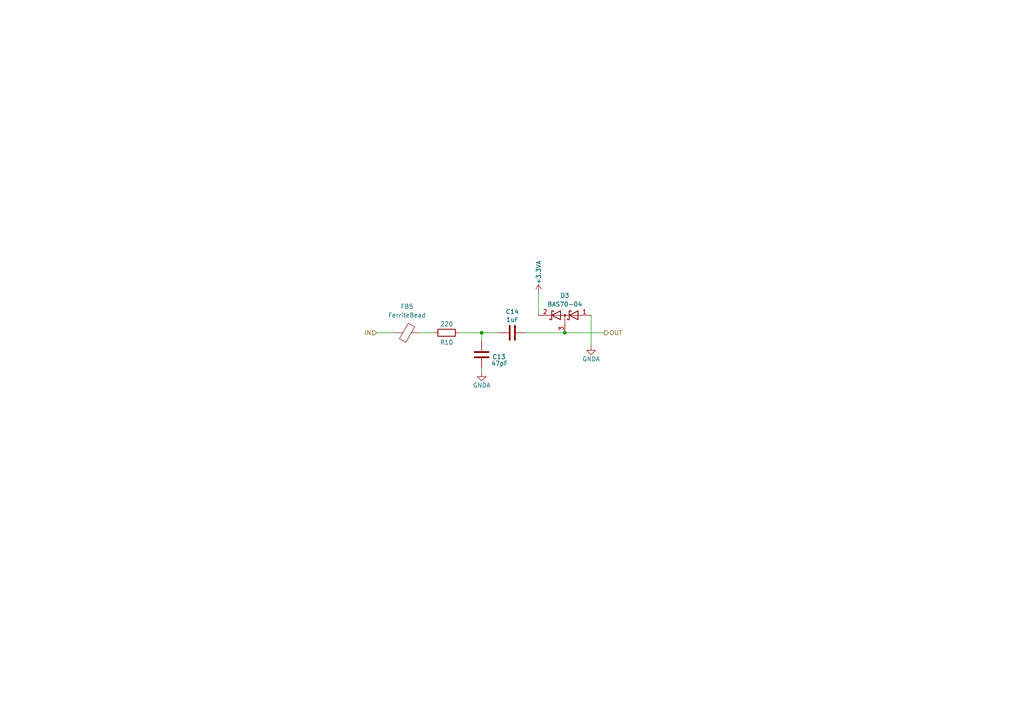
<source format=kicad_sch>
(kicad_sch (version 20250114) (generator "eeschema") (generator_version "9.0")
  (paper "A4")
  (title_block (title "PB2 Bela Mini Proto") (date "2024-11") (rev "rev 1.0"))
  (lib_symbols
    (symbol "Device:C" (pin_numbers (hide yes)) (pin_names (offset 0.254))
      (property "Reference" "C" (at 0.635 2.54 0))
      (property "Value" "C" (at 0.635 -2.54 0))
      (symbol "C_0_1"
        (polyline (pts (xy -2.032 0.762) (xy 2.032 0.762)) (stroke (width 0.508)))
        (polyline (pts (xy -2.032 -0.762) (xy 2.032 -0.762)) (stroke (width 0.508)))
      )
      (symbol "C_1_1"
        (pin passive line (at 0 3.81 270) (length 2.794) (name "~") (number "1"))
        (pin passive line (at 0 -3.81 90) (length 2.794) (name "~") (number "2"))
      )
    )
    (symbol "Device:D_Schottky_Dual_Series_AKC" (pin_names (offset 0.762) (hide yes))
      (property "Reference" "D" (at 1.27 -2.54 0))
      (property "Value" "D_Schottky_Dual_Series_AKC" (at 0 2.54 0))
      (symbol "D_Schottky_Dual_Series_AKC_0_1"
        (polyline (pts (xy -3.81 1.27) (xy -1.27 0) (xy -3.81 -1.27) (xy -3.81 1.27) (xy -3.81 1.27) (xy -3.81 1.27)) (stroke (width 0.254)))
        (polyline (pts (xy -3.81 0) (xy 3.81 0)))
        (polyline (pts (xy -1.778 1.016) (xy -1.778 1.27) (xy -1.27 1.27) (xy -1.27 1.27) (xy -1.27 1.27)) (stroke (width 0.254)))
        (polyline (pts (xy -1.27 -1.27) (xy -1.27 1.27) (xy -1.27 1.27)) (stroke (width 0.254)))
        (polyline (pts (xy -1.27 -1.27) (xy -0.762 -1.27) (xy -0.762 -1.016) (xy -0.762 -1.016)) (stroke (width 0.254)))
        (polyline (pts (xy 0 0) (xy 0 -2.54)))
        (circle (center 0 0) (radius 0.254) (fill (type outline)))
        (polyline (pts (xy 1.27 1.27) (xy 3.81 0) (xy 1.27 -1.27) (xy 1.27 1.27) (xy 1.27 1.27) (xy 1.27 1.27)) (stroke (width 0.254)))
        (polyline (pts (xy 3.81 1.27) (xy 3.81 -1.27) (xy 3.81 -1.27)) (stroke (width 0.254)))
        (polyline (pts (xy 3.81 1.27) (xy 3.302 1.27) (xy 3.302 1.016) (xy 3.302 1.016)) (stroke (width 0.254)))
        (polyline (pts (xy 3.81 -1.27) (xy 4.318 -1.27) (xy 4.318 -1.016) (xy 4.318 -1.016)) (stroke (width 0.254)))
        (polyline (pts (xy 6.35 0) (xy 7.62 0)))
        (pin passive line (at -7.62 0 0) (length 3.81) (name "A") (number "1"))
        (pin passive line (at 0 -5.08 90) (length 2.54) (name "common") (number "3"))
        (pin passive line (at 7.62 0 180) (length 3.81) (name "K") (number "2"))
      )
    )
    (symbol "Device:FerriteBead" (pin_numbers (hide yes)) (pin_names (offset 0))
      (property "Reference" "FB" (at -3.81 0.635 90))
      (property "Value" "FerriteBead" (at 3.81 0 90))
      (symbol "FerriteBead_0_1"
        (polyline (pts (xy -2.7686 0.4064) (xy -1.7018 2.2606) (xy 2.7686 -0.3048) (xy 1.6764 -2.159) (xy -2.7686 0.4064)))
        (polyline (pts (xy 0 1.27) (xy 0 1.2954)))
        (polyline (pts (xy 0 -1.27) (xy 0 -1.2192)))
      )
      (symbol "FerriteBead_1_1"
        (pin passive line (at 0 3.81 270) (length 2.54) (name "~") (number "1"))
        (pin passive line (at 0 -3.81 90) (length 2.54) (name "~") (number "2"))
      )
    )
    (symbol "Device:R" (pin_numbers (hide yes)) (pin_names (offset 0))
      (property "Reference" "R" (at 2.032 0 90))
      (property "Value" "R" (at 0 0 90))
      (symbol "R_0_1"
        (rectangle (start -1.016 -2.54) (end 1.016 2.54) (stroke (width 0.254)))
      )
      (symbol "R_1_1"
        (pin passive line (at 0 3.81 270) (length 1.27) (name "~") (number "1"))
        (pin passive line (at 0 -3.81 90) (length 1.27) (name "~") (number "2"))
      )
    )
    (symbol "power:+3.3VA" (power) (pin_names (offset 0))
      (property "Value" "+3.3VA" (at 0 3.556 0))
      (symbol "+3.3VA_0_1"
        (polyline (pts (xy -0.762 1.27) (xy 0 2.54)))
        (polyline (pts (xy 0 2.54) (xy 0.762 1.27)))
        (polyline (pts (xy 0 0) (xy 0 2.54)))
      )
      (symbol "+3.3VA_1_1"
        (pin power_in line (at 0 0 90) (length 0) (hide yes) (name "+3.3VA") (number "1"))
      )
    )
    (symbol "power:GNDA" (power) (pin_numbers (hide yes)) (pin_names (offset 0) (hide yes))
      (property "Value" "GNDA" (at 0 -3.81 0))
      (symbol "GNDA_0_1"
        (polyline (pts (xy 0 0) (xy 0 -1.27) (xy 1.27 -1.27) (xy 0 -2.54) (xy -1.27 -1.27) (xy 0 -1.27)))
      )
      (symbol "GNDA_1_1"
        (pin power_in line (at 0 0 270) (length 0) (name "~") (number "1"))
      )
    )
  )
  (junction (at 139.7 96.52))
  (junction (at 163.83 96.52))
  (wire (pts (xy 171.45 91.44) (xy 171.45 100.33)))
  (wire (pts (xy 175.26 96.52) (xy 163.83 96.52)))
  (wire (pts (xy 139.7 96.52) (xy 144.78 96.52)))
  (wire (pts (xy 139.7 96.52) (xy 133.35 96.52)))
  (wire (pts (xy 139.7 106.68) (xy 139.7 107.95)))
  (wire (pts (xy 139.7 96.52) (xy 139.7 99.06)))
  (wire (pts (xy 109.22 96.52) (xy 114.3 96.52)))
  (wire (pts (xy 121.92 96.52) (xy 125.73 96.52)))
  (wire (pts (xy 156.21 85.09) (xy 156.21 91.44)))
  (wire (pts (xy 163.83 96.52) (xy 152.4 96.52)))
  (hierarchical_label "OUT" (shape output) (at 175.26 96.52 0))
  (hierarchical_label "IN" (shape input) (at 109.22 96.52 180))
  (symbol (lib_id "power:GNDA") (at 139.7 107.95 0) (unit 1)
    (property "Reference" "#PWR075" (effects (hide yes)))
    (property "Value" "GNDA" (at 139.7 111.76 0))
    (property "Description" "Power symbol creates a global label with name \"GNDA\" , analog ground" (effects (hide yes)))
    (instances (project "bela_mini_multi_pb2" (path "" (reference "#PWR078") (unit 1)) (path "" (reference "#PWR075") (unit 1))))
  )
  (symbol (lib_id "Device:C") (at 139.7 102.87 0) (mirror x) (unit 1)
    (property "Reference" "C11" (at 146.685 103.505 0) (effects (justify right)))
    (property "Value" "47pF" (at 147.32 105.41 0) (effects (justify right)))
    (property "Footprint" "Capacitor_SMD:C_0402_1005Metric" (effects (hide yes)))
    (instances (project "bela_mini_multi_pb2" (path "" (reference "C13") (unit 1)) (path "" (reference "C11") (unit 1))))
  )
  (symbol (lib_id "Device:D_Schottky_Dual_Series_AKC") (at 163.83 91.44 0) (mirror y) (unit 1)
    (property "Reference" "D2" (at 163.83 85.725 0))
    (property "Value" "BAS70-04" (at 163.83 88.265 0))
    (property "Footprint" "Package_TO_SOT_SMD:SOT-323_SC-70" (effects (hide yes)))
    (instances (project "bela_mini_multi_pb2" (path "" (reference "D3") (unit 1)) (path "" (reference "D2") (unit 1))))
  )
  (symbol (lib_id "Device:C") (at 148.59 96.52 270) (mirror x) (unit 1)
    (property "Reference" "C12" (at 148.59 90.3945 90))
    (property "Value" "1uF" (at 148.59 92.71 90))
    (property "Footprint" "Capacitor_SMD:C_0402_1005Metric" (effects (hide yes)))
    (instances (project "bela_mini_multi_pb2" (path "" (reference "C14") (unit 1)) (path "" (reference "C12") (unit 1))))
  )
  (symbol (lib_id "power:+3.3VA") (at 156.21 85.09 0) (unit 1)
    (property "Reference" "#PWR076" (effects (hide yes)))
    (property "Value" "+3.3VA" (at 156.21 78.994 90))
    (instances (project "bela_mini_multi_pb2" (path "" (reference "#PWR079") (unit 1)) (path "" (reference "#PWR076") (unit 1))))
  )
  (symbol (lib_id "Device:R") (at 129.54 96.52 270) (mirror x) (unit 1)
    (property "Reference" "R9" (at 129.54 99.314 90))
    (property "Value" "220" (at 129.54 93.98 90))
    (property "Footprint" "Resistor_SMD:R_0402_1005Metric" (effects (hide yes)))
    (instances (project "bela_mini_multi_pb2" (path "" (reference "R10") (unit 1)) (path "" (reference "R9") (unit 1))))
  )
  (symbol (lib_id "Device:FerriteBead") (at 118.11 96.52 90) (unit 1)
    (property "Reference" "FB4" (at 118.0592 88.9 90))
    (property "Value" "FerriteBead" (at 118.0592 91.44 90))
    (property "Footprint" "Inductor_SMD:L_0402_1005Metric" (effects (hide yes)))
    (property "Description" "Ferrite bead" (effects (hide yes)))
    (instances (project "bela_mini_multi_pb2" (path "" (reference "FB5") (unit 1)) (path "" (reference "FB4") (unit 1))))
  )
  (symbol (lib_id "power:GNDA") (at 171.45 100.33 0) (unit 1)
    (property "Reference" "#PWR077" (effects (hide yes)))
    (property "Value" "GNDA" (at 171.45 104.14 0))
    (property "Description" "Power symbol creates a global label with name \"GNDA\" , analog ground" (effects (hide yes)))
    (instances (project "bela_mini_multi_pb2" (path "" (reference "#PWR080") (unit 1)) (path "" (reference "#PWR077") (unit 1))))
  )
)
</source>
